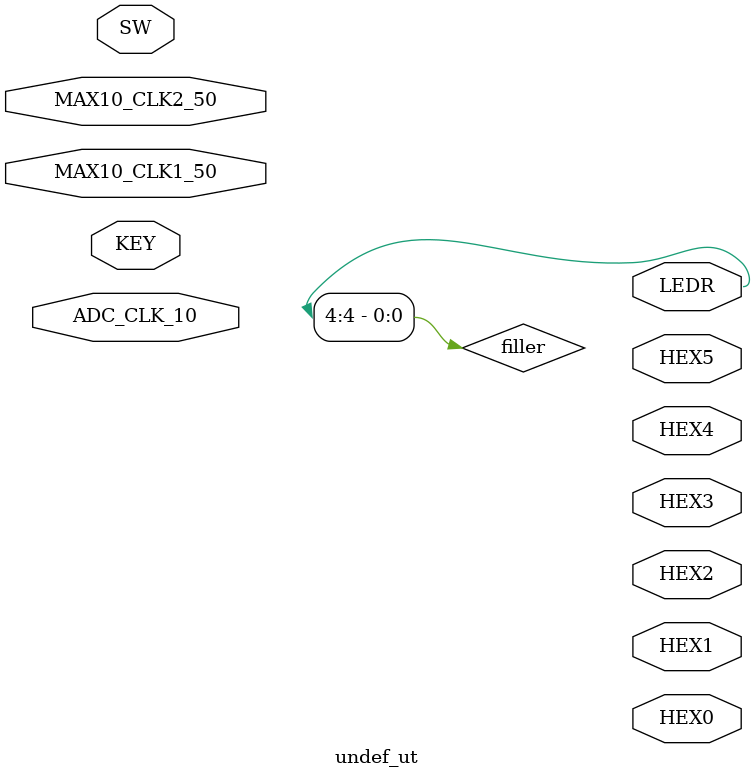
<source format=v>
module undef_ut(

	//////////// CLOCK //////////
	input 		          		ADC_CLK_10,
	input 		          		MAX10_CLK1_50,
	input 		          		MAX10_CLK2_50,

	//////////// SEG7 //////////
	output		     [7:0]		HEX0,
	output		     [7:0]		HEX1,
	output		     [7:0]		HEX2,
	output		     [7:0]		HEX3,
	output		     [7:0]		HEX4,
	output		     [7:0]		HEX5,

	//////////// KEY //////////
	input 		     [1:0]		KEY,

	//////////// LED //////////
	output		     [9:0]		LEDR,

	//////////// SW //////////
	input 		     [9:0]		SW
);

wire filler;
assign LEDR[4] = filler;

endmodule

</source>
